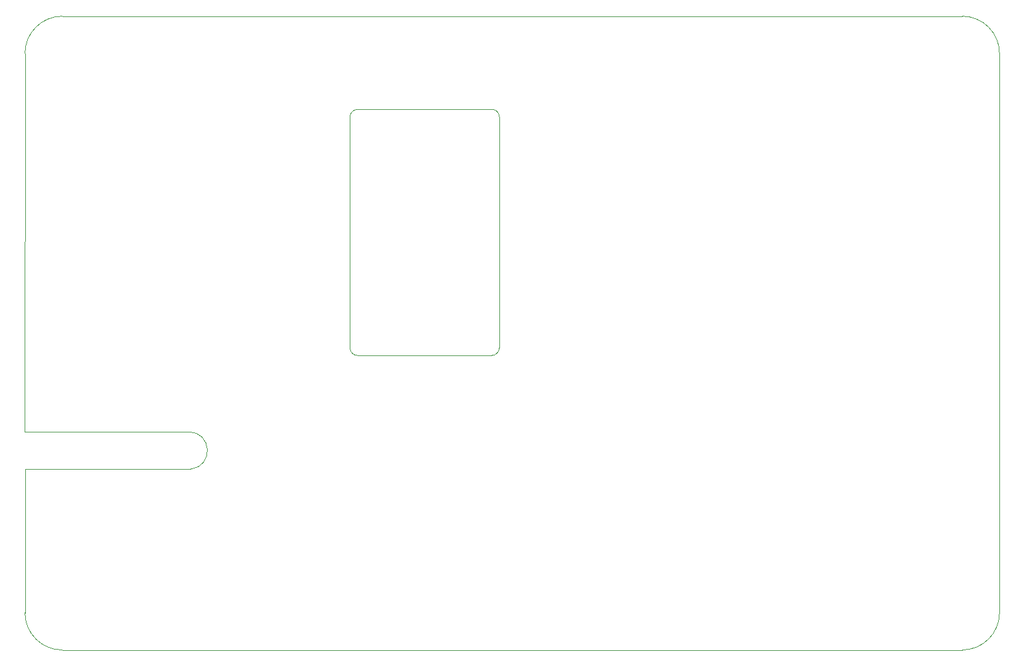
<source format=gbr>
%TF.GenerationSoftware,KiCad,Pcbnew,8.0.6*%
%TF.CreationDate,2024-12-28T02:56:51-05:00*%
%TF.ProjectId,AC_Driver_V2,41435f44-7269-4766-9572-5f56322e6b69,rev?*%
%TF.SameCoordinates,Original*%
%TF.FileFunction,Profile,NP*%
%FSLAX46Y46*%
G04 Gerber Fmt 4.6, Leading zero omitted, Abs format (unit mm)*
G04 Created by KiCad (PCBNEW 8.0.6) date 2024-12-28 02:56:51*
%MOMM*%
%LPD*%
G01*
G04 APERTURE LIST*
%TA.AperFunction,Profile*%
%ADD10C,0.050000*%
%TD*%
G04 APERTURE END LIST*
D10*
X46750000Y-85737532D02*
G75*
G02*
X47000000Y-90749999I0J-2512468D01*
G01*
X24800000Y-110000000D02*
X24800000Y-90750000D01*
X69400000Y-75500000D02*
G75*
G02*
X68400000Y-74500000I0J1000000D01*
G01*
X88400000Y-74500000D02*
G75*
G02*
X87400000Y-75500000I-1000000J0D01*
G01*
X87400000Y-42500001D02*
G75*
G02*
X88399999Y-43500000I42893J-957106D01*
G01*
X68400000Y-43500000D02*
G75*
G02*
X69400000Y-42500000I1000000J0D01*
G01*
X68400000Y-74500000D02*
X68400000Y-43500000D01*
X87400000Y-75500000D02*
X69400000Y-75500000D01*
X88400000Y-43500000D02*
X88400000Y-74500000D01*
X69400000Y-42500000D02*
X87400000Y-42500000D01*
X155500000Y-110000000D02*
X155500000Y-35000000D01*
X29800000Y-115000000D02*
X150500000Y-115000000D01*
X150500000Y-30000000D02*
X29800000Y-30000000D01*
X29800000Y-115000000D02*
G75*
G02*
X24800000Y-110000000I0J5000000D01*
G01*
X155500000Y-110000000D02*
G75*
G02*
X150500000Y-115000000I-5000000J0D01*
G01*
X150500000Y-30000000D02*
G75*
G02*
X155500000Y-35000000I0J-5000000D01*
G01*
X24800000Y-35000000D02*
G75*
G02*
X29800000Y-30000000I5000000J0D01*
G01*
X24800000Y-35000000D02*
X24750000Y-85750000D01*
X46750000Y-85737532D02*
X24750000Y-85750000D01*
X24800000Y-90750000D02*
X47000000Y-90749999D01*
M02*

</source>
